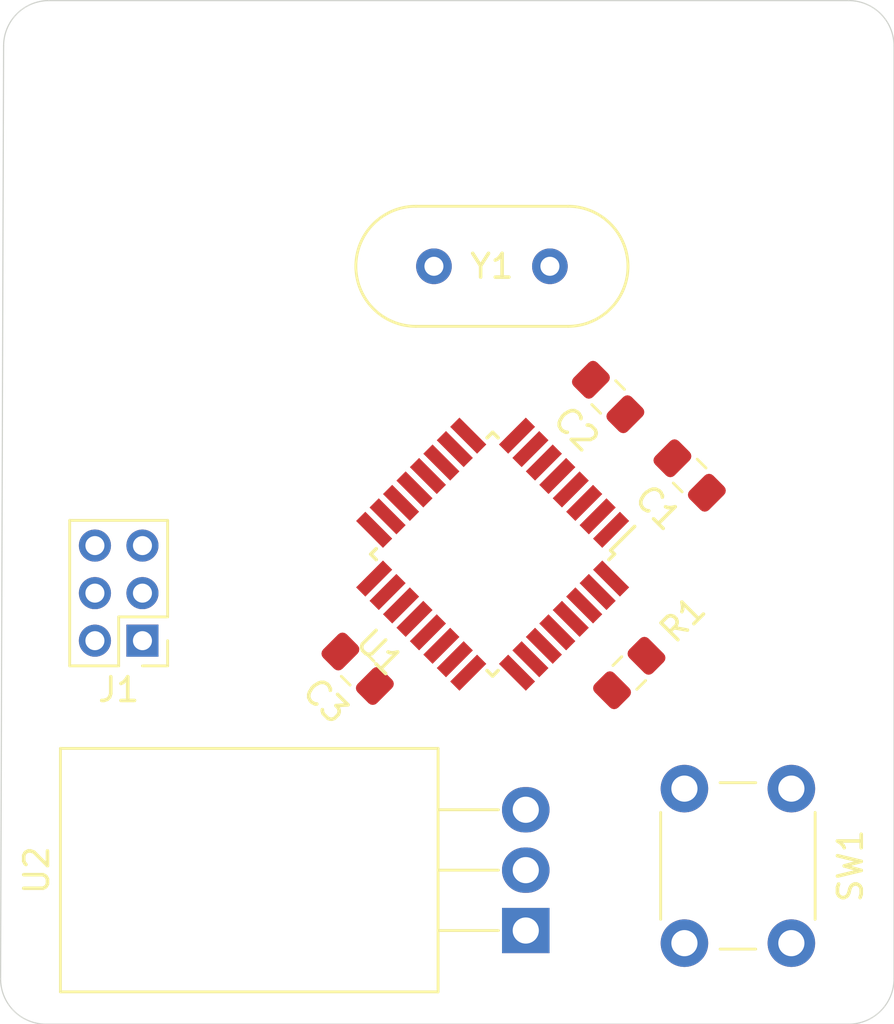
<source format=kicad_pcb>
(kicad_pcb (version 20171130) (host pcbnew "(5.1.2)-2")

  (general
    (thickness 1.6)
    (drawings 8)
    (tracks 0)
    (zones 0)
    (modules 9)
    (nets 30)
  )

  (page A4)
  (layers
    (0 F.Cu signal)
    (31 B.Cu signal)
    (32 B.Adhes user)
    (33 F.Adhes user)
    (34 B.Paste user)
    (35 F.Paste user)
    (36 B.SilkS user)
    (37 F.SilkS user)
    (38 B.Mask user)
    (39 F.Mask user)
    (40 Dwgs.User user)
    (41 Cmts.User user)
    (42 Eco1.User user)
    (43 Eco2.User user)
    (44 Edge.Cuts user)
    (45 Margin user)
    (46 B.CrtYd user)
    (47 F.CrtYd user)
    (48 B.Fab user)
    (49 F.Fab user)
  )

  (setup
    (last_trace_width 0.25)
    (trace_clearance 0.2)
    (zone_clearance 0.508)
    (zone_45_only no)
    (trace_min 0.2)
    (via_size 0.8)
    (via_drill 0.4)
    (via_min_size 0.4)
    (via_min_drill 0.3)
    (uvia_size 0.3)
    (uvia_drill 0.1)
    (uvias_allowed no)
    (uvia_min_size 0.2)
    (uvia_min_drill 0.1)
    (edge_width 0.05)
    (segment_width 0.2)
    (pcb_text_width 0.3)
    (pcb_text_size 1.5 1.5)
    (mod_edge_width 0.12)
    (mod_text_size 1 1)
    (mod_text_width 0.15)
    (pad_size 1.6 0.55)
    (pad_drill 0)
    (pad_to_mask_clearance 0.051)
    (solder_mask_min_width 0.25)
    (aux_axis_origin 0 0)
    (visible_elements 7FFFFFFF)
    (pcbplotparams
      (layerselection 0x010fc_ffffffff)
      (usegerberextensions false)
      (usegerberattributes false)
      (usegerberadvancedattributes false)
      (creategerberjobfile false)
      (excludeedgelayer true)
      (linewidth 0.100000)
      (plotframeref false)
      (viasonmask false)
      (mode 1)
      (useauxorigin false)
      (hpglpennumber 1)
      (hpglpenspeed 20)
      (hpglpendiameter 15.000000)
      (psnegative false)
      (psa4output false)
      (plotreference true)
      (plotvalue true)
      (plotinvisibletext false)
      (padsonsilk false)
      (subtractmaskfromsilk false)
      (outputformat 1)
      (mirror false)
      (drillshape 1)
      (scaleselection 1)
      (outputdirectory ""))
  )

  (net 0 "")
  (net 1 VCC)
  (net 2 GND)
  (net 3 "Net-(C2-Pad1)")
  (net 4 "Net-(C3-Pad1)")
  (net 5 MISO)
  (net 6 VTG)
  (net 7 SCK)
  (net 8 MOSI)
  (net 9 RESET)
  (net 10 "Net-(U1-Pad1)")
  (net 11 "Net-(U1-Pad2)")
  (net 12 "Net-(U1-Pad9)")
  (net 13 "Net-(U1-Pad10)")
  (net 14 "Net-(U1-Pad11)")
  (net 15 "Net-(U1-Pad12)")
  (net 16 "Net-(U1-Pad13)")
  (net 17 "Net-(U1-Pad14)")
  (net 18 "Net-(U1-Pad19)")
  (net 19 "Net-(U1-Pad20)")
  (net 20 "Net-(U1-Pad22)")
  (net 21 "Net-(U1-Pad23)")
  (net 22 "Net-(U1-Pad24)")
  (net 23 "Net-(U1-Pad25)")
  (net 24 "Net-(U1-Pad26)")
  (net 25 "Net-(U1-Pad27)")
  (net 26 "Net-(U1-Pad28)")
  (net 27 "Net-(U1-Pad30)")
  (net 28 "Net-(U1-Pad31)")
  (net 29 "Net-(U1-Pad32)")

  (net_class Default "This is the default net class."
    (clearance 0.2)
    (trace_width 0.25)
    (via_dia 0.8)
    (via_drill 0.4)
    (uvia_dia 0.3)
    (uvia_drill 0.1)
    (add_net GND)
    (add_net MISO)
    (add_net MOSI)
    (add_net "Net-(C2-Pad1)")
    (add_net "Net-(C3-Pad1)")
    (add_net "Net-(U1-Pad1)")
    (add_net "Net-(U1-Pad10)")
    (add_net "Net-(U1-Pad11)")
    (add_net "Net-(U1-Pad12)")
    (add_net "Net-(U1-Pad13)")
    (add_net "Net-(U1-Pad14)")
    (add_net "Net-(U1-Pad19)")
    (add_net "Net-(U1-Pad2)")
    (add_net "Net-(U1-Pad20)")
    (add_net "Net-(U1-Pad22)")
    (add_net "Net-(U1-Pad23)")
    (add_net "Net-(U1-Pad24)")
    (add_net "Net-(U1-Pad25)")
    (add_net "Net-(U1-Pad26)")
    (add_net "Net-(U1-Pad27)")
    (add_net "Net-(U1-Pad28)")
    (add_net "Net-(U1-Pad30)")
    (add_net "Net-(U1-Pad31)")
    (add_net "Net-(U1-Pad32)")
    (add_net "Net-(U1-Pad9)")
    (add_net RESET)
    (add_net SCK)
    (add_net VCC)
    (add_net VTG)
  )

  (module Resistor_SMD:R_0805_2012Metric_Pad1.15x1.40mm_HandSolder (layer F.Cu) (tedit 5B36C52B) (tstamp 5D6CFB87)
    (at 61.124216 68.161784 45)
    (descr "Resistor SMD 0805 (2012 Metric), square (rectangular) end terminal, IPC_7351 nominal with elongated pad for handsoldering. (Body size source: https://docs.google.com/spreadsheets/d/1BsfQQcO9C6DZCsRaXUlFlo91Tg2WpOkGARC1WS5S8t0/edit?usp=sharing), generated with kicad-footprint-generator")
    (tags "resistor handsolder")
    (path /5D6151A2)
    (attr smd)
    (fp_text reference R1 (at 3.175 0 45) (layer F.SilkS)
      (effects (font (size 1 1) (thickness 0.15)))
    )
    (fp_text value 10K (at 0 1.65 45) (layer F.Fab)
      (effects (font (size 1 1) (thickness 0.15)))
    )
    (fp_text user %R (at 0 0 45) (layer F.Fab)
      (effects (font (size 0.5 0.5) (thickness 0.08)))
    )
    (fp_line (start 1.85 0.95) (end -1.85 0.95) (layer F.CrtYd) (width 0.05))
    (fp_line (start 1.85 -0.95) (end 1.85 0.95) (layer F.CrtYd) (width 0.05))
    (fp_line (start -1.85 -0.95) (end 1.85 -0.95) (layer F.CrtYd) (width 0.05))
    (fp_line (start -1.85 0.95) (end -1.85 -0.95) (layer F.CrtYd) (width 0.05))
    (fp_line (start -0.261252 0.71) (end 0.261252 0.71) (layer F.SilkS) (width 0.12))
    (fp_line (start -0.261252 -0.71) (end 0.261252 -0.71) (layer F.SilkS) (width 0.12))
    (fp_line (start 1 0.6) (end -1 0.6) (layer F.Fab) (width 0.1))
    (fp_line (start 1 -0.6) (end 1 0.6) (layer F.Fab) (width 0.1))
    (fp_line (start -1 -0.6) (end 1 -0.6) (layer F.Fab) (width 0.1))
    (fp_line (start -1 0.6) (end -1 -0.6) (layer F.Fab) (width 0.1))
    (pad 2 smd roundrect (at 1.025 0 45) (size 1.15 1.4) (layers F.Cu F.Paste F.Mask) (roundrect_rratio 0.217391)
      (net 9 RESET))
    (pad 1 smd roundrect (at -1.025 0 45) (size 1.15 1.4) (layers F.Cu F.Paste F.Mask) (roundrect_rratio 0.217391)
      (net 6 VTG))
    (model ${KISYS3DMOD}/Resistor_SMD.3dshapes/R_0805_2012Metric.wrl
      (at (xyz 0 0 0))
      (scale (xyz 1 1 1))
      (rotate (xyz 0 0 0))
    )
  )

  (module Capacitor_SMD:C_0805_2012Metric_Pad1.15x1.40mm_HandSolder (layer F.Cu) (tedit 5B36C52B) (tstamp 5D6CE3FC)
    (at 63.664216 59.854216 315)
    (descr "Capacitor SMD 0805 (2012 Metric), square (rectangular) end terminal, IPC_7351 nominal with elongated pad for handsoldering. (Body size source: https://docs.google.com/spreadsheets/d/1BsfQQcO9C6DZCsRaXUlFlo91Tg2WpOkGARC1WS5S8t0/edit?usp=sharing), generated with kicad-footprint-generator")
    (tags "capacitor handsolder")
    (path /5D745C79)
    (attr smd)
    (fp_text reference C1 (at 0 1.905 135) (layer F.SilkS)
      (effects (font (size 1 1) (thickness 0.15)))
    )
    (fp_text value 100nF (at 0 1.65 135) (layer F.Fab)
      (effects (font (size 1 1) (thickness 0.15)))
    )
    (fp_text user %R (at 0 0 135) (layer F.Fab)
      (effects (font (size 0.5 0.5) (thickness 0.08)))
    )
    (fp_line (start 1.85 0.95) (end -1.85 0.95) (layer F.CrtYd) (width 0.05))
    (fp_line (start 1.85 -0.95) (end 1.85 0.95) (layer F.CrtYd) (width 0.05))
    (fp_line (start -1.85 -0.95) (end 1.85 -0.95) (layer F.CrtYd) (width 0.05))
    (fp_line (start -1.85 0.95) (end -1.85 -0.95) (layer F.CrtYd) (width 0.05))
    (fp_line (start -0.261252 0.71) (end 0.261252 0.71) (layer F.SilkS) (width 0.12))
    (fp_line (start -0.261252 -0.71) (end 0.261252 -0.71) (layer F.SilkS) (width 0.12))
    (fp_line (start 1 0.6) (end -1 0.6) (layer F.Fab) (width 0.1))
    (fp_line (start 1 -0.6) (end 1 0.6) (layer F.Fab) (width 0.1))
    (fp_line (start -1 -0.6) (end 1 -0.6) (layer F.Fab) (width 0.1))
    (fp_line (start -1 0.6) (end -1 -0.6) (layer F.Fab) (width 0.1))
    (pad 2 smd roundrect (at 1.025 0 315) (size 1.15 1.4) (layers F.Cu F.Paste F.Mask) (roundrect_rratio 0.217391)
      (net 2 GND))
    (pad 1 smd roundrect (at -1.025 0 315) (size 1.15 1.4) (layers F.Cu F.Paste F.Mask) (roundrect_rratio 0.217391)
      (net 6 VTG))
    (model ${KISYS3DMOD}/Capacitor_SMD.3dshapes/C_0805_2012Metric.wrl
      (at (xyz 0 0 0))
      (scale (xyz 1 1 1))
      (rotate (xyz 0 0 0))
    )
  )

  (module Capacitor_SMD:C_0805_2012Metric_Pad1.15x1.40mm_HandSolder (layer F.Cu) (tedit 5B36C52B) (tstamp 5D6CFBB7)
    (at 60.235216 56.552216 315)
    (descr "Capacitor SMD 0805 (2012 Metric), square (rectangular) end terminal, IPC_7351 nominal with elongated pad for handsoldering. (Body size source: https://docs.google.com/spreadsheets/d/1BsfQQcO9C6DZCsRaXUlFlo91Tg2WpOkGARC1WS5S8t0/edit?usp=sharing), generated with kicad-footprint-generator")
    (tags "capacitor handsolder")
    (path /5D711590)
    (attr smd)
    (fp_text reference C2 (at 0 1.905 135) (layer F.SilkS)
      (effects (font (size 1 1) (thickness 0.15)))
    )
    (fp_text value 22pF (at 0 1.65 135) (layer F.Fab)
      (effects (font (size 1 1) (thickness 0.15)))
    )
    (fp_text user %R (at 0 0 135) (layer F.Fab)
      (effects (font (size 0.5 0.5) (thickness 0.08)))
    )
    (fp_line (start 1.85 0.95) (end -1.85 0.95) (layer F.CrtYd) (width 0.05))
    (fp_line (start 1.85 -0.95) (end 1.85 0.95) (layer F.CrtYd) (width 0.05))
    (fp_line (start -1.85 -0.95) (end 1.85 -0.95) (layer F.CrtYd) (width 0.05))
    (fp_line (start -1.85 0.95) (end -1.85 -0.95) (layer F.CrtYd) (width 0.05))
    (fp_line (start -0.261252 0.71) (end 0.261252 0.71) (layer F.SilkS) (width 0.12))
    (fp_line (start -0.261252 -0.71) (end 0.261252 -0.71) (layer F.SilkS) (width 0.12))
    (fp_line (start 1 0.6) (end -1 0.6) (layer F.Fab) (width 0.1))
    (fp_line (start 1 -0.6) (end 1 0.6) (layer F.Fab) (width 0.1))
    (fp_line (start -1 -0.6) (end 1 -0.6) (layer F.Fab) (width 0.1))
    (fp_line (start -1 0.6) (end -1 -0.6) (layer F.Fab) (width 0.1))
    (pad 2 smd roundrect (at 1.025 0 315) (size 1.15 1.4) (layers F.Cu F.Paste F.Mask) (roundrect_rratio 0.217391)
      (net 2 GND))
    (pad 1 smd roundrect (at -1.025 0 315) (size 1.15 1.4) (layers F.Cu F.Paste F.Mask) (roundrect_rratio 0.217391)
      (net 3 "Net-(C2-Pad1)"))
    (model ${KISYS3DMOD}/Capacitor_SMD.3dshapes/C_0805_2012Metric.wrl
      (at (xyz 0 0 0))
      (scale (xyz 1 1 1))
      (rotate (xyz 0 0 0))
    )
  )

  (module Capacitor_SMD:C_0805_2012Metric_Pad1.15x1.40mm_HandSolder (layer F.Cu) (tedit 5B36C52B) (tstamp 5D6CFB57)
    (at 49.694216 67.982216 315)
    (descr "Capacitor SMD 0805 (2012 Metric), square (rectangular) end terminal, IPC_7351 nominal with elongated pad for handsoldering. (Body size source: https://docs.google.com/spreadsheets/d/1BsfQQcO9C6DZCsRaXUlFlo91Tg2WpOkGARC1WS5S8t0/edit?usp=sharing), generated with kicad-footprint-generator")
    (tags "capacitor handsolder")
    (path /5D716959)
    (attr smd)
    (fp_text reference C3 (at 0 1.905 135) (layer F.SilkS)
      (effects (font (size 1 1) (thickness 0.15)))
    )
    (fp_text value 22pF (at 0 1.65 135) (layer F.Fab)
      (effects (font (size 1 1) (thickness 0.15)))
    )
    (fp_line (start -1 0.6) (end -1 -0.6) (layer F.Fab) (width 0.1))
    (fp_line (start -1 -0.6) (end 1 -0.6) (layer F.Fab) (width 0.1))
    (fp_line (start 1 -0.6) (end 1 0.6) (layer F.Fab) (width 0.1))
    (fp_line (start 1 0.6) (end -1 0.6) (layer F.Fab) (width 0.1))
    (fp_line (start -0.261252 -0.71) (end 0.261252 -0.71) (layer F.SilkS) (width 0.12))
    (fp_line (start -0.261252 0.71) (end 0.261252 0.71) (layer F.SilkS) (width 0.12))
    (fp_line (start -1.85 0.95) (end -1.85 -0.95) (layer F.CrtYd) (width 0.05))
    (fp_line (start -1.85 -0.95) (end 1.85 -0.95) (layer F.CrtYd) (width 0.05))
    (fp_line (start 1.85 -0.95) (end 1.85 0.95) (layer F.CrtYd) (width 0.05))
    (fp_line (start 1.85 0.95) (end -1.85 0.95) (layer F.CrtYd) (width 0.05))
    (fp_text user %R (at -0.635 0 135) (layer F.Fab)
      (effects (font (size 0.5 0.5) (thickness 0.08)))
    )
    (pad 1 smd roundrect (at -1.025 0 315) (size 1.15 1.4) (layers F.Cu F.Paste F.Mask) (roundrect_rratio 0.217391)
      (net 4 "Net-(C3-Pad1)"))
    (pad 2 smd roundrect (at 1.025 0 315) (size 1.15 1.4) (layers F.Cu F.Paste F.Mask) (roundrect_rratio 0.217391)
      (net 2 GND))
    (model ${KISYS3DMOD}/Capacitor_SMD.3dshapes/C_0805_2012Metric.wrl
      (at (xyz 0 0 0))
      (scale (xyz 1 1 1))
      (rotate (xyz 0 0 0))
    )
  )

  (module Package_QFP:TQFP-32_7x7mm_P0.8mm (layer F.Cu) (tedit 5A02F146) (tstamp 5D6CFADB)
    (at 55.374324 63.162732 225)
    (descr "32-Lead Plastic Thin Quad Flatpack (PT) - 7x7x1.0 mm Body, 2.00 mm [TQFP] (see Microchip Packaging Specification 00000049BS.pdf)")
    (tags "QFP 0.8")
    (path /5D60F6C4)
    (attr smd)
    (fp_text reference U1 (at 6.28 0.44 135) (layer F.SilkS)
      (effects (font (size 1 1) (thickness 0.15)))
    )
    (fp_text value ATmega328P-AU (at 0 6.05 45) (layer F.Fab)
      (effects (font (size 1 1) (thickness 0.15)))
    )
    (fp_line (start -3.625 -3.4) (end -5.05 -3.4) (layer F.SilkS) (width 0.15))
    (fp_line (start 3.625 -3.625) (end 3.3 -3.625) (layer F.SilkS) (width 0.15))
    (fp_line (start 3.625 3.625) (end 3.3 3.625) (layer F.SilkS) (width 0.15))
    (fp_line (start -3.625 3.625) (end -3.3 3.625) (layer F.SilkS) (width 0.15))
    (fp_line (start -3.625 -3.625) (end -3.3 -3.625) (layer F.SilkS) (width 0.15))
    (fp_line (start -3.625 3.625) (end -3.625 3.3) (layer F.SilkS) (width 0.15))
    (fp_line (start 3.625 3.625) (end 3.625 3.3) (layer F.SilkS) (width 0.15))
    (fp_line (start 3.625 -3.625) (end 3.625 -3.3) (layer F.SilkS) (width 0.15))
    (fp_line (start -3.625 -3.625) (end -3.625 -3.4) (layer F.SilkS) (width 0.15))
    (fp_line (start -5.3 5.3) (end 5.3 5.3) (layer F.CrtYd) (width 0.05))
    (fp_line (start -5.3 -5.3) (end 5.3 -5.3) (layer F.CrtYd) (width 0.05))
    (fp_line (start 5.3 -5.3) (end 5.3 5.3) (layer F.CrtYd) (width 0.05))
    (fp_line (start -5.3 -5.3) (end -5.3 5.3) (layer F.CrtYd) (width 0.05))
    (fp_line (start -3.5 -2.5) (end -2.5 -3.5) (layer F.Fab) (width 0.15))
    (fp_line (start -3.5 3.5) (end -3.5 -2.5) (layer F.Fab) (width 0.15))
    (fp_line (start 3.5 3.5) (end -3.5 3.5) (layer F.Fab) (width 0.15))
    (fp_line (start 3.5 -3.5) (end 3.5 3.5) (layer F.Fab) (width 0.15))
    (fp_line (start -2.5 -3.5) (end 3.5 -3.5) (layer F.Fab) (width 0.15))
    (fp_text user %R (at 0 0 135) (layer F.Fab)
      (effects (font (size 1 1) (thickness 0.15)))
    )
    (pad 32 smd rect (at -2.8 -4.25 315) (size 1.6 0.55) (layers F.Cu F.Paste F.Mask)
      (net 29 "Net-(U1-Pad32)"))
    (pad 31 smd rect (at -2 -4.25 315) (size 1.6 0.55) (layers F.Cu F.Paste F.Mask)
      (net 28 "Net-(U1-Pad31)"))
    (pad 30 smd rect (at -1.2 -4.25 315) (size 1.6 0.55) (layers F.Cu F.Paste F.Mask)
      (net 27 "Net-(U1-Pad30)"))
    (pad 29 smd rect (at -0.4 -4.25 315) (size 1.6 0.55) (layers F.Cu F.Paste F.Mask)
      (net 9 RESET))
    (pad 28 smd rect (at 0.4 -4.25 315) (size 1.6 0.55) (layers F.Cu F.Paste F.Mask)
      (net 26 "Net-(U1-Pad28)"))
    (pad 27 smd rect (at 1.2 -4.25 315) (size 1.6 0.55) (layers F.Cu F.Paste F.Mask)
      (net 25 "Net-(U1-Pad27)"))
    (pad 26 smd rect (at 2 -4.25 315) (size 1.6 0.55) (layers F.Cu F.Paste F.Mask)
      (net 24 "Net-(U1-Pad26)"))
    (pad 25 smd rect (at 2.8 -4.25 315) (size 1.6 0.55) (layers F.Cu F.Paste F.Mask)
      (net 23 "Net-(U1-Pad25)"))
    (pad 24 smd rect (at 4.25 -2.8 225) (size 1.6 0.55) (layers F.Cu F.Paste F.Mask)
      (net 22 "Net-(U1-Pad24)"))
    (pad 23 smd rect (at 4.25 -2 225) (size 1.6 0.55) (layers F.Cu F.Paste F.Mask)
      (net 21 "Net-(U1-Pad23)"))
    (pad 22 smd rect (at 4.25 -1.2 225) (size 1.6 0.55) (layers F.Cu F.Paste F.Mask)
      (net 20 "Net-(U1-Pad22)"))
    (pad 21 smd rect (at 4.25 -0.4 225) (size 1.6 0.55) (layers F.Cu F.Paste F.Mask)
      (net 2 GND))
    (pad 20 smd rect (at 4.25 0.4 225) (size 1.6 0.55) (layers F.Cu F.Paste F.Mask)
      (net 19 "Net-(U1-Pad20)"))
    (pad 19 smd rect (at 4.25 1.2 225) (size 1.6 0.55) (layers F.Cu F.Paste F.Mask)
      (net 18 "Net-(U1-Pad19)"))
    (pad 18 smd rect (at 4.25 2 225) (size 1.6 0.55) (layers F.Cu F.Paste F.Mask)
      (net 6 VTG))
    (pad 17 smd rect (at 4.25 2.8 225) (size 1.6 0.55) (layers F.Cu F.Paste F.Mask)
      (net 7 SCK))
    (pad 16 smd rect (at 2.8 4.25 315) (size 1.6 0.55) (layers F.Cu F.Paste F.Mask)
      (net 5 MISO))
    (pad 15 smd rect (at 2 4.25 315) (size 1.6 0.55) (layers F.Cu F.Paste F.Mask)
      (net 8 MOSI))
    (pad 14 smd rect (at 1.2 4.25 315) (size 1.6 0.55) (layers F.Cu F.Paste F.Mask)
      (net 17 "Net-(U1-Pad14)"))
    (pad 13 smd rect (at 0.4 4.25 315) (size 1.6 0.55) (layers F.Cu F.Paste F.Mask)
      (net 16 "Net-(U1-Pad13)"))
    (pad 12 smd rect (at -0.4 4.25 315) (size 1.6 0.55) (layers F.Cu F.Paste F.Mask)
      (net 15 "Net-(U1-Pad12)"))
    (pad 11 smd rect (at -1.2 4.25 315) (size 1.6 0.55) (layers F.Cu F.Paste F.Mask)
      (net 14 "Net-(U1-Pad11)"))
    (pad 10 smd rect (at -2 4.25 315) (size 1.6 0.55) (layers F.Cu F.Paste F.Mask)
      (net 13 "Net-(U1-Pad10)"))
    (pad 9 smd rect (at -2.8 4.25 315) (size 1.6 0.55) (layers F.Cu F.Paste F.Mask)
      (net 12 "Net-(U1-Pad9)"))
    (pad 8 smd rect (at -4.25 2.8 225) (size 1.6 0.55) (layers F.Cu F.Paste F.Mask)
      (net 3 "Net-(C2-Pad1)"))
    (pad 7 smd rect (at -4.25 2 225) (size 1.6 0.55) (layers F.Cu F.Paste F.Mask)
      (net 4 "Net-(C3-Pad1)"))
    (pad 6 smd rect (at -4.25 1.2 225) (size 1.6 0.55) (layers F.Cu F.Paste F.Mask)
      (net 6 VTG))
    (pad 5 smd rect (at -4.25 0.4 225) (size 1.6 0.55) (layers F.Cu F.Paste F.Mask)
      (net 2 GND))
    (pad 4 smd rect (at -4.25 -0.4 225) (size 1.6 0.55) (layers F.Cu F.Paste F.Mask)
      (net 6 VTG))
    (pad 3 smd rect (at -4.25 -1.2 225) (size 1.6 0.55) (layers F.Cu F.Paste F.Mask)
      (net 2 GND))
    (pad 2 smd rect (at -4.25 -2 225) (size 1.6 0.55) (layers F.Cu F.Paste F.Mask)
      (net 11 "Net-(U1-Pad2)"))
    (pad 1 smd rect (at -4.25 -2.8 225) (size 1.6 0.55) (layers F.Cu F.Paste F.Mask)
      (net 10 "Net-(U1-Pad1)"))
    (model ${KISYS3DMOD}/Package_QFP.3dshapes/TQFP-32_7x7mm_P0.8mm.wrl
      (at (xyz 0 0 0))
      (scale (xyz 1 1 1))
      (rotate (xyz 0 0 0))
    )
  )

  (module Button_Switch_THT:SW_PUSH_6mm_H5mm (layer F.Cu) (tedit 5A02FE31) (tstamp 5D613AAC)
    (at 67.945 73.025 270)
    (descr "tactile push button, 6x6mm e.g. PHAP33xx series, height=5mm")
    (tags "tact sw push 6mm")
    (path /5D61262A)
    (fp_text reference SW1 (at 3.25 -2.485 90) (layer F.SilkS)
      (effects (font (size 1 1) (thickness 0.15)))
    )
    (fp_text value SPST (at 3.75 6.7 90) (layer F.Fab)
      (effects (font (size 1 1) (thickness 0.15)))
    )
    (fp_text user %R (at 3.25 2.25 90) (layer F.Fab)
      (effects (font (size 1 1) (thickness 0.15)))
    )
    (fp_line (start 3.25 -0.75) (end 6.25 -0.75) (layer F.Fab) (width 0.1))
    (fp_line (start 6.25 -0.75) (end 6.25 5.25) (layer F.Fab) (width 0.1))
    (fp_line (start 6.25 5.25) (end 0.25 5.25) (layer F.Fab) (width 0.1))
    (fp_line (start 0.25 5.25) (end 0.25 -0.75) (layer F.Fab) (width 0.1))
    (fp_line (start 0.25 -0.75) (end 3.25 -0.75) (layer F.Fab) (width 0.1))
    (fp_line (start 7.75 6) (end 8 6) (layer F.CrtYd) (width 0.05))
    (fp_line (start 8 6) (end 8 5.75) (layer F.CrtYd) (width 0.05))
    (fp_line (start 7.75 -1.5) (end 8 -1.5) (layer F.CrtYd) (width 0.05))
    (fp_line (start 8 -1.5) (end 8 -1.25) (layer F.CrtYd) (width 0.05))
    (fp_line (start -1.5 -1.25) (end -1.5 -1.5) (layer F.CrtYd) (width 0.05))
    (fp_line (start -1.5 -1.5) (end -1.25 -1.5) (layer F.CrtYd) (width 0.05))
    (fp_line (start -1.5 5.75) (end -1.5 6) (layer F.CrtYd) (width 0.05))
    (fp_line (start -1.5 6) (end -1.25 6) (layer F.CrtYd) (width 0.05))
    (fp_line (start -1.25 -1.5) (end 7.75 -1.5) (layer F.CrtYd) (width 0.05))
    (fp_line (start -1.5 5.75) (end -1.5 -1.25) (layer F.CrtYd) (width 0.05))
    (fp_line (start 7.75 6) (end -1.25 6) (layer F.CrtYd) (width 0.05))
    (fp_line (start 8 -1.25) (end 8 5.75) (layer F.CrtYd) (width 0.05))
    (fp_line (start 1 5.5) (end 5.5 5.5) (layer F.SilkS) (width 0.12))
    (fp_line (start -0.25 1.5) (end -0.25 3) (layer F.SilkS) (width 0.12))
    (fp_line (start 5.5 -1) (end 1 -1) (layer F.SilkS) (width 0.12))
    (fp_line (start 6.75 3) (end 6.75 1.5) (layer F.SilkS) (width 0.12))
    (fp_circle (center 3.25 2.25) (end 1.25 2.5) (layer F.Fab) (width 0.1))
    (pad 2 thru_hole circle (at 0 4.5) (size 2 2) (drill 1.1) (layers *.Cu *.Mask)
      (net 2 GND))
    (pad 1 thru_hole circle (at 0 0) (size 2 2) (drill 1.1) (layers *.Cu *.Mask)
      (net 9 RESET))
    (pad 2 thru_hole circle (at 6.5 4.5) (size 2 2) (drill 1.1) (layers *.Cu *.Mask)
      (net 2 GND))
    (pad 1 thru_hole circle (at 6.5 0) (size 2 2) (drill 1.1) (layers *.Cu *.Mask)
      (net 9 RESET))
    (model ${KISYS3DMOD}/Button_Switch_THT.3dshapes/SW_PUSH_6mm_H5mm.wrl
      (at (xyz 0 0 0))
      (scale (xyz 1 1 1))
      (rotate (xyz 0 0 0))
    )
  )

  (module Crystal:Crystal_HC49-4H_Vertical (layer F.Cu) (tedit 5A1AD3B7) (tstamp 5D6CFA79)
    (at 57.785 51.054 180)
    (descr "Crystal THT HC-49-4H http://5hertz.com/pdfs/04404_D.pdf")
    (tags "THT crystalHC-49-4H")
    (path /5D6EE182)
    (fp_text reference Y1 (at 2.44 0) (layer F.SilkS)
      (effects (font (size 1 1) (thickness 0.15)))
    )
    (fp_text value 16MHz (at 2.44 3.525) (layer F.Fab)
      (effects (font (size 1 1) (thickness 0.15)))
    )
    (fp_text user %R (at 2.44 0) (layer F.Fab)
      (effects (font (size 1 1) (thickness 0.15)))
    )
    (fp_line (start -0.76 -2.325) (end 5.64 -2.325) (layer F.Fab) (width 0.1))
    (fp_line (start -0.76 2.325) (end 5.64 2.325) (layer F.Fab) (width 0.1))
    (fp_line (start -0.56 -2) (end 5.44 -2) (layer F.Fab) (width 0.1))
    (fp_line (start -0.56 2) (end 5.44 2) (layer F.Fab) (width 0.1))
    (fp_line (start -0.76 -2.525) (end 5.64 -2.525) (layer F.SilkS) (width 0.12))
    (fp_line (start -0.76 2.525) (end 5.64 2.525) (layer F.SilkS) (width 0.12))
    (fp_line (start -3.6 -2.8) (end -3.6 2.8) (layer F.CrtYd) (width 0.05))
    (fp_line (start -3.6 2.8) (end 8.5 2.8) (layer F.CrtYd) (width 0.05))
    (fp_line (start 8.5 2.8) (end 8.5 -2.8) (layer F.CrtYd) (width 0.05))
    (fp_line (start 8.5 -2.8) (end -3.6 -2.8) (layer F.CrtYd) (width 0.05))
    (fp_arc (start -0.76 0) (end -0.76 -2.325) (angle -180) (layer F.Fab) (width 0.1))
    (fp_arc (start 5.64 0) (end 5.64 -2.325) (angle 180) (layer F.Fab) (width 0.1))
    (fp_arc (start -0.56 0) (end -0.56 -2) (angle -180) (layer F.Fab) (width 0.1))
    (fp_arc (start 5.44 0) (end 5.44 -2) (angle 180) (layer F.Fab) (width 0.1))
    (fp_arc (start -0.76 0) (end -0.76 -2.525) (angle -180) (layer F.SilkS) (width 0.12))
    (fp_arc (start 5.64 0) (end 5.64 -2.525) (angle 180) (layer F.SilkS) (width 0.12))
    (pad 1 thru_hole circle (at 0 0 180) (size 1.5 1.5) (drill 0.8) (layers *.Cu *.Mask)
      (net 3 "Net-(C2-Pad1)"))
    (pad 2 thru_hole circle (at 4.88 0 180) (size 1.5 1.5) (drill 0.8) (layers *.Cu *.Mask)
      (net 4 "Net-(C3-Pad1)"))
    (model ${KISYS3DMOD}/Crystal.3dshapes/Crystal_HC49-4H_Vertical.wrl
      (at (xyz 0 0 0))
      (scale (xyz 1 1 1))
      (rotate (xyz 0 0 0))
    )
  )

  (module Connector_PinHeader_2.00mm:PinHeader_2x03_P2.00mm_Vertical (layer F.Cu) (tedit 59FED667) (tstamp 5D6CFE89)
    (at 40.64 66.802 180)
    (descr "Through hole straight pin header, 2x03, 2.00mm pitch, double rows")
    (tags "Through hole pin header THT 2x03 2.00mm double row")
    (path /5D79F1BB)
    (fp_text reference J1 (at 1 -2.06) (layer F.SilkS)
      (effects (font (size 1 1) (thickness 0.15)))
    )
    (fp_text value ICSP_ISP6 (at 1 6.06) (layer F.Fab)
      (effects (font (size 1 1) (thickness 0.15)))
    )
    (fp_line (start 0 -1) (end 3 -1) (layer F.Fab) (width 0.1))
    (fp_line (start 3 -1) (end 3 5) (layer F.Fab) (width 0.1))
    (fp_line (start 3 5) (end -1 5) (layer F.Fab) (width 0.1))
    (fp_line (start -1 5) (end -1 0) (layer F.Fab) (width 0.1))
    (fp_line (start -1 0) (end 0 -1) (layer F.Fab) (width 0.1))
    (fp_line (start -1.06 5.06) (end 3.06 5.06) (layer F.SilkS) (width 0.12))
    (fp_line (start -1.06 1) (end -1.06 5.06) (layer F.SilkS) (width 0.12))
    (fp_line (start 3.06 -1.06) (end 3.06 5.06) (layer F.SilkS) (width 0.12))
    (fp_line (start -1.06 1) (end 1 1) (layer F.SilkS) (width 0.12))
    (fp_line (start 1 1) (end 1 -1.06) (layer F.SilkS) (width 0.12))
    (fp_line (start 1 -1.06) (end 3.06 -1.06) (layer F.SilkS) (width 0.12))
    (fp_line (start -1.06 0) (end -1.06 -1.06) (layer F.SilkS) (width 0.12))
    (fp_line (start -1.06 -1.06) (end 0 -1.06) (layer F.SilkS) (width 0.12))
    (fp_line (start -1.5 -1.5) (end -1.5 5.5) (layer F.CrtYd) (width 0.05))
    (fp_line (start -1.5 5.5) (end 3.5 5.5) (layer F.CrtYd) (width 0.05))
    (fp_line (start 3.5 5.5) (end 3.5 -1.5) (layer F.CrtYd) (width 0.05))
    (fp_line (start 3.5 -1.5) (end -1.5 -1.5) (layer F.CrtYd) (width 0.05))
    (fp_text user %R (at 1 2 90) (layer F.Fab)
      (effects (font (size 1 1) (thickness 0.15)))
    )
    (pad 1 thru_hole rect (at 0 0 180) (size 1.35 1.35) (drill 0.8) (layers *.Cu *.Mask)
      (net 5 MISO))
    (pad 2 thru_hole oval (at 2 0 180) (size 1.35 1.35) (drill 0.8) (layers *.Cu *.Mask)
      (net 6 VTG))
    (pad 3 thru_hole oval (at 0 2 180) (size 1.35 1.35) (drill 0.8) (layers *.Cu *.Mask)
      (net 7 SCK))
    (pad 4 thru_hole oval (at 2 2 180) (size 1.35 1.35) (drill 0.8) (layers *.Cu *.Mask)
      (net 8 MOSI))
    (pad 5 thru_hole oval (at 0 4 180) (size 1.35 1.35) (drill 0.8) (layers *.Cu *.Mask)
      (net 9 RESET))
    (pad 6 thru_hole oval (at 2 4 180) (size 1.35 1.35) (drill 0.8) (layers *.Cu *.Mask)
      (net 2 GND))
    (model ${KISYS3DMOD}/Connector_PinHeader_2.00mm.3dshapes/PinHeader_2x03_P2.00mm_Vertical.wrl
      (at (xyz 0 0 0))
      (scale (xyz 1 1 1))
      (rotate (xyz 0 0 0))
    )
  )

  (module Package_TO_SOT_THT:TO-220-3_Horizontal_TabDown (layer F.Cu) (tedit 5AC8BA0D) (tstamp 5D6CE46B)
    (at 56.769 78.994 90)
    (descr "TO-220-3, Horizontal, RM 2.54mm, see https://www.vishay.com/docs/66542/to-220-1.pdf")
    (tags "TO-220-3 Horizontal RM 2.54mm")
    (path /5D7D0FF3)
    (fp_text reference U2 (at 2.54 -20.58 90) (layer F.SilkS)
      (effects (font (size 1 1) (thickness 0.15)))
    )
    (fp_text value LM7805 (at 2.54 2 90) (layer F.Fab)
      (effects (font (size 1 1) (thickness 0.15)))
    )
    (fp_circle (center 2.54 -16.66) (end 4.39 -16.66) (layer F.Fab) (width 0.1))
    (fp_line (start -2.46 -13.06) (end -2.46 -19.46) (layer F.Fab) (width 0.1))
    (fp_line (start -2.46 -19.46) (end 7.54 -19.46) (layer F.Fab) (width 0.1))
    (fp_line (start 7.54 -19.46) (end 7.54 -13.06) (layer F.Fab) (width 0.1))
    (fp_line (start 7.54 -13.06) (end -2.46 -13.06) (layer F.Fab) (width 0.1))
    (fp_line (start -2.46 -3.81) (end -2.46 -13.06) (layer F.Fab) (width 0.1))
    (fp_line (start -2.46 -13.06) (end 7.54 -13.06) (layer F.Fab) (width 0.1))
    (fp_line (start 7.54 -13.06) (end 7.54 -3.81) (layer F.Fab) (width 0.1))
    (fp_line (start 7.54 -3.81) (end -2.46 -3.81) (layer F.Fab) (width 0.1))
    (fp_line (start 0 -3.81) (end 0 0) (layer F.Fab) (width 0.1))
    (fp_line (start 2.54 -3.81) (end 2.54 0) (layer F.Fab) (width 0.1))
    (fp_line (start 5.08 -3.81) (end 5.08 0) (layer F.Fab) (width 0.1))
    (fp_line (start -2.58 -3.69) (end 7.66 -3.69) (layer F.SilkS) (width 0.12))
    (fp_line (start -2.58 -19.58) (end 7.66 -19.58) (layer F.SilkS) (width 0.12))
    (fp_line (start -2.58 -19.58) (end -2.58 -3.69) (layer F.SilkS) (width 0.12))
    (fp_line (start 7.66 -19.58) (end 7.66 -3.69) (layer F.SilkS) (width 0.12))
    (fp_line (start 0 -3.69) (end 0 -1.15) (layer F.SilkS) (width 0.12))
    (fp_line (start 2.54 -3.69) (end 2.54 -1.15) (layer F.SilkS) (width 0.12))
    (fp_line (start 5.08 -3.69) (end 5.08 -1.15) (layer F.SilkS) (width 0.12))
    (fp_line (start -2.71 -19.71) (end -2.71 1.25) (layer F.CrtYd) (width 0.05))
    (fp_line (start -2.71 1.25) (end 7.79 1.25) (layer F.CrtYd) (width 0.05))
    (fp_line (start 7.79 1.25) (end 7.79 -19.71) (layer F.CrtYd) (width 0.05))
    (fp_line (start 7.79 -19.71) (end -2.71 -19.71) (layer F.CrtYd) (width 0.05))
    (fp_text user %R (at 2.54 -20.58 90) (layer F.Fab)
      (effects (font (size 1 1) (thickness 0.15)))
    )
    (pad "" np_thru_hole oval (at 2.54 -16.66 90) (size 3.5 3.5) (drill 3.5) (layers *.Cu *.Mask))
    (pad 1 thru_hole rect (at 0 0 90) (size 1.905 2) (drill 1.1) (layers *.Cu *.Mask)
      (net 1 VCC))
    (pad 2 thru_hole oval (at 2.54 0 90) (size 1.905 2) (drill 1.1) (layers *.Cu *.Mask)
      (net 2 GND))
    (pad 3 thru_hole oval (at 5.08 0 90) (size 1.905 2) (drill 1.1) (layers *.Cu *.Mask)
      (net 6 VTG))
    (model ${KISYS3DMOD}/Package_TO_SOT_THT.3dshapes/TO-220-3_Horizontal_TabDown.wrl
      (at (xyz 0 0 0))
      (scale (xyz 1 1 1))
      (rotate (xyz 0 0 0))
    )
  )

  (gr_line (start 36.576 82.931) (end 70.358 82.931) (layer Edge.Cuts) (width 0.05) (tstamp 5D6CF028))
  (gr_line (start 36.703 39.878) (end 70.358 39.878) (layer Edge.Cuts) (width 0.05) (tstamp 5D6CEFED))
  (gr_line (start 34.671 81.026) (end 34.798 41.783) (layer Edge.Cuts) (width 0.05))
  (gr_line (start 72.263 41.783) (end 72.263 81.026) (layer Edge.Cuts) (width 0.05) (tstamp 5D6CEFE7))
  (gr_arc (start 70.358 41.783) (end 72.263 41.783) (angle -90) (layer Edge.Cuts) (width 0.05))
  (gr_arc (start 36.703 41.783) (end 36.703 39.878) (angle -90) (layer Edge.Cuts) (width 0.05))
  (gr_arc (start 36.576 81.026) (end 34.671 81.026) (angle -90) (layer Edge.Cuts) (width 0.05))
  (gr_arc (start 70.358 81.026) (end 70.358 82.931) (angle -90) (layer Edge.Cuts) (width 0.05))

)

</source>
